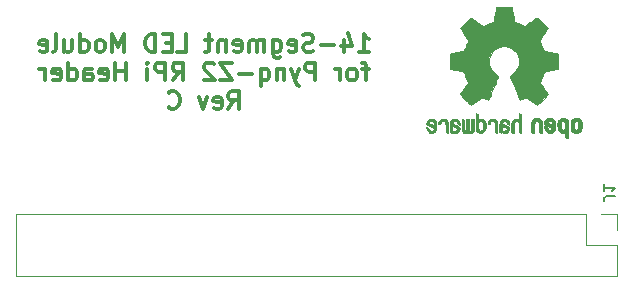
<source format=gbr>
G04 #@! TF.GenerationSoftware,KiCad,Pcbnew,5.99.0-unknown-r16821-0ff20c18*
G04 #@! TF.CreationDate,2019-10-24T19:33:04-05:00*
G04 #@! TF.ProjectId,led_module,6c65645f-6d6f-4647-956c-652e6b696361,C*
G04 #@! TF.SameCoordinates,Original*
G04 #@! TF.FileFunction,Legend,Bot*
G04 #@! TF.FilePolarity,Positive*
%FSLAX46Y46*%
G04 Gerber Fmt 4.6, Leading zero omitted, Abs format (unit mm)*
G04 Created by KiCad (PCBNEW 5.99.0-unknown-r16821-0ff20c18) date 2019-10-24 19:33:04*
%MOMM*%
%LPD*%
G04 APERTURE LIST*
%ADD10C,0.300000*%
%ADD11C,0.010000*%
%ADD12C,0.120000*%
%ADD13C,0.150000*%
G04 APERTURE END LIST*
D10*
X57557142Y-111293571D02*
X58414285Y-111293571D01*
X57985714Y-111293571D02*
X57985714Y-109793571D01*
X58128571Y-110007857D01*
X58271428Y-110150714D01*
X58414285Y-110222142D01*
X56271428Y-110293571D02*
X56271428Y-111293571D01*
X56628571Y-109722142D02*
X56985714Y-110793571D01*
X56057142Y-110793571D01*
X55485714Y-110722142D02*
X54342857Y-110722142D01*
X53700000Y-111222142D02*
X53485714Y-111293571D01*
X53128571Y-111293571D01*
X52985714Y-111222142D01*
X52914285Y-111150714D01*
X52842857Y-111007857D01*
X52842857Y-110865000D01*
X52914285Y-110722142D01*
X52985714Y-110650714D01*
X53128571Y-110579285D01*
X53414285Y-110507857D01*
X53557142Y-110436428D01*
X53628571Y-110365000D01*
X53700000Y-110222142D01*
X53700000Y-110079285D01*
X53628571Y-109936428D01*
X53557142Y-109865000D01*
X53414285Y-109793571D01*
X53057142Y-109793571D01*
X52842857Y-109865000D01*
X51628571Y-111222142D02*
X51771428Y-111293571D01*
X52057142Y-111293571D01*
X52200000Y-111222142D01*
X52271428Y-111079285D01*
X52271428Y-110507857D01*
X52200000Y-110365000D01*
X52057142Y-110293571D01*
X51771428Y-110293571D01*
X51628571Y-110365000D01*
X51557142Y-110507857D01*
X51557142Y-110650714D01*
X52271428Y-110793571D01*
X50271428Y-110293571D02*
X50271428Y-111507857D01*
X50342857Y-111650714D01*
X50414285Y-111722142D01*
X50557142Y-111793571D01*
X50771428Y-111793571D01*
X50914285Y-111722142D01*
X50271428Y-111222142D02*
X50414285Y-111293571D01*
X50700000Y-111293571D01*
X50842857Y-111222142D01*
X50914285Y-111150714D01*
X50985714Y-111007857D01*
X50985714Y-110579285D01*
X50914285Y-110436428D01*
X50842857Y-110365000D01*
X50700000Y-110293571D01*
X50414285Y-110293571D01*
X50271428Y-110365000D01*
X49557142Y-111293571D02*
X49557142Y-110293571D01*
X49557142Y-110436428D02*
X49485714Y-110365000D01*
X49342857Y-110293571D01*
X49128571Y-110293571D01*
X48985714Y-110365000D01*
X48914285Y-110507857D01*
X48914285Y-111293571D01*
X48914285Y-110507857D02*
X48842857Y-110365000D01*
X48700000Y-110293571D01*
X48485714Y-110293571D01*
X48342857Y-110365000D01*
X48271428Y-110507857D01*
X48271428Y-111293571D01*
X46985714Y-111222142D02*
X47128571Y-111293571D01*
X47414285Y-111293571D01*
X47557142Y-111222142D01*
X47628571Y-111079285D01*
X47628571Y-110507857D01*
X47557142Y-110365000D01*
X47414285Y-110293571D01*
X47128571Y-110293571D01*
X46985714Y-110365000D01*
X46914285Y-110507857D01*
X46914285Y-110650714D01*
X47628571Y-110793571D01*
X46271428Y-110293571D02*
X46271428Y-111293571D01*
X46271428Y-110436428D02*
X46200000Y-110365000D01*
X46057142Y-110293571D01*
X45842857Y-110293571D01*
X45700000Y-110365000D01*
X45628571Y-110507857D01*
X45628571Y-111293571D01*
X45128571Y-110293571D02*
X44557142Y-110293571D01*
X44914285Y-109793571D02*
X44914285Y-111079285D01*
X44842857Y-111222142D01*
X44700000Y-111293571D01*
X44557142Y-111293571D01*
X42200000Y-111293571D02*
X42914285Y-111293571D01*
X42914285Y-109793571D01*
X41700000Y-110507857D02*
X41200000Y-110507857D01*
X40985714Y-111293571D02*
X41700000Y-111293571D01*
X41700000Y-109793571D01*
X40985714Y-109793571D01*
X40342857Y-111293571D02*
X40342857Y-109793571D01*
X39985714Y-109793571D01*
X39771428Y-109865000D01*
X39628571Y-110007857D01*
X39557142Y-110150714D01*
X39485714Y-110436428D01*
X39485714Y-110650714D01*
X39557142Y-110936428D01*
X39628571Y-111079285D01*
X39771428Y-111222142D01*
X39985714Y-111293571D01*
X40342857Y-111293571D01*
X37700000Y-111293571D02*
X37700000Y-109793571D01*
X37200000Y-110865000D01*
X36700000Y-109793571D01*
X36700000Y-111293571D01*
X35771428Y-111293571D02*
X35914285Y-111222142D01*
X35985714Y-111150714D01*
X36057142Y-111007857D01*
X36057142Y-110579285D01*
X35985714Y-110436428D01*
X35914285Y-110365000D01*
X35771428Y-110293571D01*
X35557142Y-110293571D01*
X35414285Y-110365000D01*
X35342857Y-110436428D01*
X35271428Y-110579285D01*
X35271428Y-111007857D01*
X35342857Y-111150714D01*
X35414285Y-111222142D01*
X35557142Y-111293571D01*
X35771428Y-111293571D01*
X33985714Y-111293571D02*
X33985714Y-109793571D01*
X33985714Y-111222142D02*
X34128571Y-111293571D01*
X34414285Y-111293571D01*
X34557142Y-111222142D01*
X34628571Y-111150714D01*
X34700000Y-111007857D01*
X34700000Y-110579285D01*
X34628571Y-110436428D01*
X34557142Y-110365000D01*
X34414285Y-110293571D01*
X34128571Y-110293571D01*
X33985714Y-110365000D01*
X32628571Y-110293571D02*
X32628571Y-111293571D01*
X33271428Y-110293571D02*
X33271428Y-111079285D01*
X33200000Y-111222142D01*
X33057142Y-111293571D01*
X32842857Y-111293571D01*
X32700000Y-111222142D01*
X32628571Y-111150714D01*
X31700000Y-111293571D02*
X31842857Y-111222142D01*
X31914285Y-111079285D01*
X31914285Y-109793571D01*
X30557142Y-111222142D02*
X30700000Y-111293571D01*
X30985714Y-111293571D01*
X31128571Y-111222142D01*
X31200000Y-111079285D01*
X31200000Y-110507857D01*
X31128571Y-110365000D01*
X30985714Y-110293571D01*
X30700000Y-110293571D01*
X30557142Y-110365000D01*
X30485714Y-110507857D01*
X30485714Y-110650714D01*
X31200000Y-110793571D01*
X58378571Y-112708571D02*
X57807142Y-112708571D01*
X58164285Y-113708571D02*
X58164285Y-112422857D01*
X58092857Y-112280000D01*
X57950000Y-112208571D01*
X57807142Y-112208571D01*
X57092857Y-113708571D02*
X57235714Y-113637142D01*
X57307142Y-113565714D01*
X57378571Y-113422857D01*
X57378571Y-112994285D01*
X57307142Y-112851428D01*
X57235714Y-112780000D01*
X57092857Y-112708571D01*
X56878571Y-112708571D01*
X56735714Y-112780000D01*
X56664285Y-112851428D01*
X56592857Y-112994285D01*
X56592857Y-113422857D01*
X56664285Y-113565714D01*
X56735714Y-113637142D01*
X56878571Y-113708571D01*
X57092857Y-113708571D01*
X55950000Y-113708571D02*
X55950000Y-112708571D01*
X55950000Y-112994285D02*
X55878571Y-112851428D01*
X55807142Y-112780000D01*
X55664285Y-112708571D01*
X55521428Y-112708571D01*
X53878571Y-113708571D02*
X53878571Y-112208571D01*
X53307142Y-112208571D01*
X53164285Y-112280000D01*
X53092857Y-112351428D01*
X53021428Y-112494285D01*
X53021428Y-112708571D01*
X53092857Y-112851428D01*
X53164285Y-112922857D01*
X53307142Y-112994285D01*
X53878571Y-112994285D01*
X52521428Y-112708571D02*
X52164285Y-113708571D01*
X51807142Y-112708571D02*
X52164285Y-113708571D01*
X52307142Y-114065714D01*
X52378571Y-114137142D01*
X52521428Y-114208571D01*
X51235714Y-112708571D02*
X51235714Y-113708571D01*
X51235714Y-112851428D02*
X51164285Y-112780000D01*
X51021428Y-112708571D01*
X50807142Y-112708571D01*
X50664285Y-112780000D01*
X50592857Y-112922857D01*
X50592857Y-113708571D01*
X49235714Y-112708571D02*
X49235714Y-114208571D01*
X49235714Y-113637142D02*
X49378571Y-113708571D01*
X49664285Y-113708571D01*
X49807142Y-113637142D01*
X49878571Y-113565714D01*
X49950000Y-113422857D01*
X49950000Y-112994285D01*
X49878571Y-112851428D01*
X49807142Y-112780000D01*
X49664285Y-112708571D01*
X49378571Y-112708571D01*
X49235714Y-112780000D01*
X48521428Y-113137142D02*
X47378571Y-113137142D01*
X46807142Y-112208571D02*
X45807142Y-112208571D01*
X46807142Y-113708571D01*
X45807142Y-113708571D01*
X45307142Y-112351428D02*
X45235714Y-112280000D01*
X45092857Y-112208571D01*
X44735714Y-112208571D01*
X44592857Y-112280000D01*
X44521428Y-112351428D01*
X44450000Y-112494285D01*
X44450000Y-112637142D01*
X44521428Y-112851428D01*
X45378571Y-113708571D01*
X44450000Y-113708571D01*
X41807142Y-113708571D02*
X42307142Y-112994285D01*
X42664285Y-113708571D02*
X42664285Y-112208571D01*
X42092857Y-112208571D01*
X41950000Y-112280000D01*
X41878571Y-112351428D01*
X41807142Y-112494285D01*
X41807142Y-112708571D01*
X41878571Y-112851428D01*
X41950000Y-112922857D01*
X42092857Y-112994285D01*
X42664285Y-112994285D01*
X41164285Y-113708571D02*
X41164285Y-112208571D01*
X40592857Y-112208571D01*
X40450000Y-112280000D01*
X40378571Y-112351428D01*
X40307142Y-112494285D01*
X40307142Y-112708571D01*
X40378571Y-112851428D01*
X40450000Y-112922857D01*
X40592857Y-112994285D01*
X41164285Y-112994285D01*
X39664285Y-113708571D02*
X39664285Y-112708571D01*
X39664285Y-112208571D02*
X39735714Y-112280000D01*
X39664285Y-112351428D01*
X39592857Y-112280000D01*
X39664285Y-112208571D01*
X39664285Y-112351428D01*
X37807142Y-113708571D02*
X37807142Y-112208571D01*
X37807142Y-112922857D02*
X36950000Y-112922857D01*
X36950000Y-113708571D02*
X36950000Y-112208571D01*
X35664285Y-113637142D02*
X35807142Y-113708571D01*
X36092857Y-113708571D01*
X36235714Y-113637142D01*
X36307142Y-113494285D01*
X36307142Y-112922857D01*
X36235714Y-112780000D01*
X36092857Y-112708571D01*
X35807142Y-112708571D01*
X35664285Y-112780000D01*
X35592857Y-112922857D01*
X35592857Y-113065714D01*
X36307142Y-113208571D01*
X34307142Y-113708571D02*
X34307142Y-112922857D01*
X34378571Y-112780000D01*
X34521428Y-112708571D01*
X34807142Y-112708571D01*
X34950000Y-112780000D01*
X34307142Y-113637142D02*
X34450000Y-113708571D01*
X34807142Y-113708571D01*
X34950000Y-113637142D01*
X35021428Y-113494285D01*
X35021428Y-113351428D01*
X34950000Y-113208571D01*
X34807142Y-113137142D01*
X34450000Y-113137142D01*
X34307142Y-113065714D01*
X32949999Y-113708571D02*
X32949999Y-112208571D01*
X32949999Y-113637142D02*
X33092857Y-113708571D01*
X33378571Y-113708571D01*
X33521428Y-113637142D01*
X33592857Y-113565714D01*
X33664285Y-113422857D01*
X33664285Y-112994285D01*
X33592857Y-112851428D01*
X33521428Y-112780000D01*
X33378571Y-112708571D01*
X33092857Y-112708571D01*
X32949999Y-112780000D01*
X31664285Y-113637142D02*
X31807142Y-113708571D01*
X32092857Y-113708571D01*
X32235714Y-113637142D01*
X32307142Y-113494285D01*
X32307142Y-112922857D01*
X32235714Y-112780000D01*
X32092857Y-112708571D01*
X31807142Y-112708571D01*
X31664285Y-112780000D01*
X31592857Y-112922857D01*
X31592857Y-113065714D01*
X32307142Y-113208571D01*
X30949999Y-113708571D02*
X30949999Y-112708571D01*
X30949999Y-112994285D02*
X30878571Y-112851428D01*
X30807142Y-112780000D01*
X30664285Y-112708571D01*
X30521428Y-112708571D01*
X46521428Y-116123571D02*
X47021428Y-115409285D01*
X47378571Y-116123571D02*
X47378571Y-114623571D01*
X46807142Y-114623571D01*
X46664285Y-114695000D01*
X46592857Y-114766428D01*
X46521428Y-114909285D01*
X46521428Y-115123571D01*
X46592857Y-115266428D01*
X46664285Y-115337857D01*
X46807142Y-115409285D01*
X47378571Y-115409285D01*
X45307142Y-116052142D02*
X45450000Y-116123571D01*
X45735714Y-116123571D01*
X45878571Y-116052142D01*
X45950000Y-115909285D01*
X45950000Y-115337857D01*
X45878571Y-115195000D01*
X45735714Y-115123571D01*
X45450000Y-115123571D01*
X45307142Y-115195000D01*
X45235714Y-115337857D01*
X45235714Y-115480714D01*
X45950000Y-115623571D01*
X44735714Y-115123571D02*
X44378571Y-116123571D01*
X44021428Y-115123571D01*
X41450000Y-115980714D02*
X41521428Y-116052142D01*
X41735714Y-116123571D01*
X41878571Y-116123571D01*
X42092857Y-116052142D01*
X42235714Y-115909285D01*
X42307142Y-115766428D01*
X42378571Y-115480714D01*
X42378571Y-115266428D01*
X42307142Y-114980714D01*
X42235714Y-114837857D01*
X42092857Y-114695000D01*
X41878571Y-114623571D01*
X41735714Y-114623571D01*
X41521428Y-114695000D01*
X41450000Y-114766428D01*
D11*
G36*
X70079175Y-107483045D02*
G01*
X70231895Y-107484039D01*
X70341792Y-107486593D01*
X70416235Y-107491445D01*
X70462594Y-107499331D01*
X70488239Y-107510988D01*
X70500539Y-107527153D01*
X70506865Y-107548563D01*
X70507047Y-107549332D01*
X70517441Y-107599663D01*
X70536339Y-107696888D01*
X70561802Y-107830810D01*
X70591890Y-107991235D01*
X70624664Y-108167967D01*
X70627337Y-108182428D01*
X70660010Y-108353959D01*
X70690413Y-108504625D01*
X70716568Y-108625267D01*
X70736496Y-108706729D01*
X70748220Y-108739852D01*
X70748282Y-108739905D01*
X70785229Y-108758229D01*
X70861057Y-108788677D01*
X70959425Y-108824685D01*
X70964965Y-108826640D01*
X71090724Y-108874170D01*
X71237011Y-108933783D01*
X71373293Y-108993056D01*
X71597390Y-109094765D01*
X72093618Y-108755897D01*
X72128570Y-108732063D01*
X72278280Y-108630755D01*
X72411867Y-108541575D01*
X72521343Y-108469773D01*
X72598718Y-108420603D01*
X72636004Y-108399317D01*
X72661552Y-108404196D01*
X72719555Y-108442002D01*
X72809195Y-108516870D01*
X72932957Y-108630903D01*
X73093328Y-108786205D01*
X73107679Y-108800341D01*
X73234933Y-108926999D01*
X73347969Y-109041745D01*
X73439867Y-109137391D01*
X73503707Y-109206746D01*
X73532570Y-109242620D01*
X73532664Y-109242794D01*
X73536331Y-109270106D01*
X73522808Y-109314408D01*
X73488684Y-109381761D01*
X73430548Y-109478226D01*
X73344988Y-109609863D01*
X73228594Y-109782734D01*
X73208759Y-109811912D01*
X73108445Y-109959726D01*
X73019923Y-110090577D01*
X72948465Y-110196643D01*
X72899343Y-110270102D01*
X72877831Y-110303130D01*
X72876208Y-110310126D01*
X72886387Y-110362326D01*
X72916879Y-110447561D01*
X72962712Y-110551291D01*
X73025000Y-110686951D01*
X73094548Y-110847921D01*
X73153609Y-110993621D01*
X73168252Y-111031333D01*
X73206600Y-111127622D01*
X73234770Y-111194704D01*
X73247497Y-111219885D01*
X73261545Y-111221767D01*
X73324681Y-111232651D01*
X73428019Y-111251449D01*
X73560809Y-111276115D01*
X73712297Y-111304604D01*
X73871732Y-111334873D01*
X74028361Y-111364875D01*
X74171433Y-111392566D01*
X74290195Y-111415900D01*
X74373896Y-111432833D01*
X74411782Y-111441320D01*
X74418063Y-111443713D01*
X74433373Y-111456619D01*
X74444763Y-111484096D01*
X74452803Y-111533446D01*
X74458064Y-111611973D01*
X74461116Y-111726980D01*
X74462529Y-111885770D01*
X74462873Y-112095645D01*
X74462873Y-112733906D01*
X74309598Y-112764160D01*
X74291057Y-112767785D01*
X74192596Y-112786569D01*
X74056448Y-112812093D01*
X73898087Y-112841468D01*
X73732988Y-112871806D01*
X73667973Y-112884009D01*
X73522697Y-112913697D01*
X73401626Y-112941770D01*
X73315886Y-112965536D01*
X73276601Y-112982301D01*
X73258799Y-113009694D01*
X73226389Y-113082174D01*
X73193234Y-113175977D01*
X73181564Y-113211103D01*
X73138604Y-113326409D01*
X73083192Y-113462876D01*
X73024353Y-113597954D01*
X72992884Y-113668509D01*
X72948051Y-113773895D01*
X72917240Y-113852818D01*
X72905785Y-113892053D01*
X72906422Y-113895014D01*
X72928150Y-113936639D01*
X72977146Y-114016969D01*
X73048438Y-114128220D01*
X73137054Y-114262605D01*
X73238023Y-114412340D01*
X73570261Y-114899931D01*
X73133771Y-115337149D01*
X73091555Y-115379221D01*
X72962470Y-115505153D01*
X72847107Y-115613754D01*
X72752224Y-115698903D01*
X72684582Y-115754482D01*
X72650938Y-115774368D01*
X72614402Y-115759238D01*
X72537890Y-115715801D01*
X72430196Y-115649270D01*
X72299767Y-115564867D01*
X72155052Y-115467816D01*
X72012910Y-115371964D01*
X71884678Y-115287557D01*
X71780054Y-115220850D01*
X71707171Y-115177024D01*
X71674158Y-115161264D01*
X71672223Y-115161408D01*
X71628369Y-115176945D01*
X71550598Y-115213121D01*
X71454392Y-115262785D01*
X71453381Y-115263329D01*
X71325605Y-115327326D01*
X71238051Y-115358591D01*
X71183726Y-115358677D01*
X71155641Y-115329138D01*
X71143752Y-115300061D01*
X71111668Y-115222188D01*
X71062247Y-115102475D01*
X70998118Y-114947286D01*
X70921911Y-114762984D01*
X70836255Y-114555933D01*
X70743781Y-114332496D01*
X70659962Y-114129226D01*
X70574678Y-113920649D01*
X70499222Y-113734263D01*
X70436126Y-113576407D01*
X70387923Y-113453419D01*
X70357144Y-113371639D01*
X70346322Y-113337406D01*
X70366991Y-113306015D01*
X70424409Y-113253602D01*
X70505688Y-113192704D01*
X70700820Y-113033387D01*
X70875445Y-112829807D01*
X71003235Y-112605808D01*
X71083402Y-112368003D01*
X71115160Y-112123007D01*
X71097722Y-111877433D01*
X71030301Y-111637895D01*
X70912111Y-111411007D01*
X70742364Y-111203383D01*
X70653856Y-111122527D01*
X70441804Y-110979559D01*
X70214905Y-110886352D01*
X69979791Y-110840687D01*
X69743094Y-110840344D01*
X69511446Y-110883105D01*
X69291478Y-110966750D01*
X69089822Y-111089061D01*
X68913111Y-111247817D01*
X68767977Y-111440801D01*
X68661050Y-111665793D01*
X68598964Y-111920575D01*
X68587569Y-112043377D01*
X68603246Y-112309434D01*
X68673846Y-112561856D01*
X68797282Y-112796182D01*
X68971466Y-113007952D01*
X69194311Y-113192704D01*
X69272561Y-113251123D01*
X69331244Y-113304110D01*
X69353678Y-113337356D01*
X69344732Y-113366339D01*
X69315703Y-113443996D01*
X69269026Y-113563451D01*
X69207231Y-113718362D01*
X69132850Y-113902392D01*
X69048412Y-114109200D01*
X68956449Y-114332446D01*
X68872771Y-114534742D01*
X68786366Y-114743686D01*
X68709138Y-114930498D01*
X68643716Y-115088814D01*
X68592731Y-115212269D01*
X68558812Y-115294498D01*
X68544590Y-115329138D01*
X68544425Y-115329548D01*
X68515972Y-115358798D01*
X68461382Y-115358463D01*
X68373609Y-115326980D01*
X68245608Y-115262785D01*
X68235532Y-115257380D01*
X68140481Y-115208750D01*
X68065424Y-115174328D01*
X68025842Y-115161264D01*
X67993400Y-115176702D01*
X67920895Y-115220258D01*
X67816565Y-115286751D01*
X67688539Y-115370998D01*
X67544948Y-115467816D01*
X67403468Y-115562734D01*
X67272611Y-115647490D01*
X67164292Y-115714496D01*
X67086960Y-115758529D01*
X67049062Y-115774368D01*
X67042607Y-115772357D01*
X66997609Y-115740658D01*
X66920727Y-115675181D01*
X66818721Y-115582048D01*
X66698351Y-115467381D01*
X66566379Y-115337300D01*
X66130039Y-114900232D01*
X66809733Y-113900440D01*
X66706402Y-113676886D01*
X66706096Y-113676225D01*
X66644046Y-113533714D01*
X66580640Y-113375018D01*
X66529558Y-113234368D01*
X66521827Y-113211683D01*
X66482852Y-113106370D01*
X66447707Y-113024534D01*
X66423195Y-112982301D01*
X66413212Y-112976337D01*
X66353286Y-112956329D01*
X66251532Y-112930442D01*
X66119068Y-112901370D01*
X65967011Y-112871806D01*
X65921466Y-112863467D01*
X65756685Y-112833107D01*
X65602930Y-112804509D01*
X65475678Y-112780564D01*
X65390402Y-112764160D01*
X65237126Y-112733906D01*
X65237126Y-112095645D01*
X65237160Y-112017165D01*
X65237808Y-111825703D01*
X65239720Y-111682812D01*
X65243469Y-111581189D01*
X65249622Y-111513531D01*
X65258751Y-111472536D01*
X65271427Y-111450900D01*
X65288218Y-111441320D01*
X65304474Y-111437439D01*
X65370748Y-111423710D01*
X65476479Y-111402745D01*
X65610915Y-111376588D01*
X65763302Y-111347283D01*
X65922890Y-111316877D01*
X66078925Y-111287413D01*
X66220657Y-111260937D01*
X66337331Y-111239494D01*
X66418197Y-111225128D01*
X66452503Y-111219885D01*
X66454822Y-111216720D01*
X66473474Y-111175642D01*
X66505753Y-111097044D01*
X66546391Y-110993621D01*
X66602788Y-110854273D01*
X66672214Y-110693226D01*
X66737288Y-110551291D01*
X66752202Y-110519432D01*
X66794047Y-110419669D01*
X66819118Y-110342721D01*
X66822426Y-110303130D01*
X66820720Y-110300325D01*
X66793631Y-110259005D01*
X66739927Y-110178740D01*
X66664877Y-110067350D01*
X66573746Y-109932655D01*
X66471800Y-109782476D01*
X66356930Y-109611851D01*
X66270761Y-109479311D01*
X66212131Y-109382112D01*
X66177650Y-109314234D01*
X66163926Y-109269656D01*
X66167568Y-109242361D01*
X66168794Y-109240313D01*
X66201747Y-109200536D01*
X66268927Y-109128052D01*
X66363419Y-109030046D01*
X66478306Y-108913702D01*
X66606672Y-108786205D01*
X66739831Y-108656821D01*
X66870269Y-108535209D01*
X66966119Y-108453156D01*
X67029866Y-108408560D01*
X67063996Y-108399317D01*
X67068456Y-108401393D01*
X67115421Y-108429385D01*
X67200685Y-108484084D01*
X67316259Y-108560237D01*
X67454154Y-108652592D01*
X67606381Y-108755897D01*
X68102610Y-109094765D01*
X68326707Y-108993056D01*
X68333219Y-108990109D01*
X68470804Y-108930504D01*
X68616767Y-108871222D01*
X68740575Y-108824685D01*
X68741122Y-108824493D01*
X68839414Y-108788497D01*
X68915081Y-108758095D01*
X68951780Y-108739852D01*
X68952374Y-108739190D01*
X68964833Y-108701831D01*
X68985336Y-108616871D01*
X69011907Y-108493469D01*
X69042567Y-108340782D01*
X69075336Y-108167967D01*
X69076478Y-108161774D01*
X69109193Y-107985431D01*
X69139155Y-107825743D01*
X69164425Y-107692905D01*
X69183065Y-107597113D01*
X69193135Y-107548563D01*
X69193779Y-107545873D01*
X69200408Y-107525088D01*
X69213841Y-107509466D01*
X69241446Y-107498270D01*
X69290593Y-107490762D01*
X69368653Y-107486205D01*
X69482994Y-107483863D01*
X69640986Y-107482998D01*
X69850000Y-107482874D01*
X69876262Y-107482874D01*
X70079175Y-107483045D01*
X70079175Y-107483045D01*
G37*
X70079175Y-107483045D02*
X70231895Y-107484039D01*
X70341792Y-107486593D01*
X70416235Y-107491445D01*
X70462594Y-107499331D01*
X70488239Y-107510988D01*
X70500539Y-107527153D01*
X70506865Y-107548563D01*
X70507047Y-107549332D01*
X70517441Y-107599663D01*
X70536339Y-107696888D01*
X70561802Y-107830810D01*
X70591890Y-107991235D01*
X70624664Y-108167967D01*
X70627337Y-108182428D01*
X70660010Y-108353959D01*
X70690413Y-108504625D01*
X70716568Y-108625267D01*
X70736496Y-108706729D01*
X70748220Y-108739852D01*
X70748282Y-108739905D01*
X70785229Y-108758229D01*
X70861057Y-108788677D01*
X70959425Y-108824685D01*
X70964965Y-108826640D01*
X71090724Y-108874170D01*
X71237011Y-108933783D01*
X71373293Y-108993056D01*
X71597390Y-109094765D01*
X72093618Y-108755897D01*
X72128570Y-108732063D01*
X72278280Y-108630755D01*
X72411867Y-108541575D01*
X72521343Y-108469773D01*
X72598718Y-108420603D01*
X72636004Y-108399317D01*
X72661552Y-108404196D01*
X72719555Y-108442002D01*
X72809195Y-108516870D01*
X72932957Y-108630903D01*
X73093328Y-108786205D01*
X73107679Y-108800341D01*
X73234933Y-108926999D01*
X73347969Y-109041745D01*
X73439867Y-109137391D01*
X73503707Y-109206746D01*
X73532570Y-109242620D01*
X73532664Y-109242794D01*
X73536331Y-109270106D01*
X73522808Y-109314408D01*
X73488684Y-109381761D01*
X73430548Y-109478226D01*
X73344988Y-109609863D01*
X73228594Y-109782734D01*
X73208759Y-109811912D01*
X73108445Y-109959726D01*
X73019923Y-110090577D01*
X72948465Y-110196643D01*
X72899343Y-110270102D01*
X72877831Y-110303130D01*
X72876208Y-110310126D01*
X72886387Y-110362326D01*
X72916879Y-110447561D01*
X72962712Y-110551291D01*
X73025000Y-110686951D01*
X73094548Y-110847921D01*
X73153609Y-110993621D01*
X73168252Y-111031333D01*
X73206600Y-111127622D01*
X73234770Y-111194704D01*
X73247497Y-111219885D01*
X73261545Y-111221767D01*
X73324681Y-111232651D01*
X73428019Y-111251449D01*
X73560809Y-111276115D01*
X73712297Y-111304604D01*
X73871732Y-111334873D01*
X74028361Y-111364875D01*
X74171433Y-111392566D01*
X74290195Y-111415900D01*
X74373896Y-111432833D01*
X74411782Y-111441320D01*
X74418063Y-111443713D01*
X74433373Y-111456619D01*
X74444763Y-111484096D01*
X74452803Y-111533446D01*
X74458064Y-111611973D01*
X74461116Y-111726980D01*
X74462529Y-111885770D01*
X74462873Y-112095645D01*
X74462873Y-112733906D01*
X74309598Y-112764160D01*
X74291057Y-112767785D01*
X74192596Y-112786569D01*
X74056448Y-112812093D01*
X73898087Y-112841468D01*
X73732988Y-112871806D01*
X73667973Y-112884009D01*
X73522697Y-112913697D01*
X73401626Y-112941770D01*
X73315886Y-112965536D01*
X73276601Y-112982301D01*
X73258799Y-113009694D01*
X73226389Y-113082174D01*
X73193234Y-113175977D01*
X73181564Y-113211103D01*
X73138604Y-113326409D01*
X73083192Y-113462876D01*
X73024353Y-113597954D01*
X72992884Y-113668509D01*
X72948051Y-113773895D01*
X72917240Y-113852818D01*
X72905785Y-113892053D01*
X72906422Y-113895014D01*
X72928150Y-113936639D01*
X72977146Y-114016969D01*
X73048438Y-114128220D01*
X73137054Y-114262605D01*
X73238023Y-114412340D01*
X73570261Y-114899931D01*
X73133771Y-115337149D01*
X73091555Y-115379221D01*
X72962470Y-115505153D01*
X72847107Y-115613754D01*
X72752224Y-115698903D01*
X72684582Y-115754482D01*
X72650938Y-115774368D01*
X72614402Y-115759238D01*
X72537890Y-115715801D01*
X72430196Y-115649270D01*
X72299767Y-115564867D01*
X72155052Y-115467816D01*
X72012910Y-115371964D01*
X71884678Y-115287557D01*
X71780054Y-115220850D01*
X71707171Y-115177024D01*
X71674158Y-115161264D01*
X71672223Y-115161408D01*
X71628369Y-115176945D01*
X71550598Y-115213121D01*
X71454392Y-115262785D01*
X71453381Y-115263329D01*
X71325605Y-115327326D01*
X71238051Y-115358591D01*
X71183726Y-115358677D01*
X71155641Y-115329138D01*
X71143752Y-115300061D01*
X71111668Y-115222188D01*
X71062247Y-115102475D01*
X70998118Y-114947286D01*
X70921911Y-114762984D01*
X70836255Y-114555933D01*
X70743781Y-114332496D01*
X70659962Y-114129226D01*
X70574678Y-113920649D01*
X70499222Y-113734263D01*
X70436126Y-113576407D01*
X70387923Y-113453419D01*
X70357144Y-113371639D01*
X70346322Y-113337406D01*
X70366991Y-113306015D01*
X70424409Y-113253602D01*
X70505688Y-113192704D01*
X70700820Y-113033387D01*
X70875445Y-112829807D01*
X71003235Y-112605808D01*
X71083402Y-112368003D01*
X71115160Y-112123007D01*
X71097722Y-111877433D01*
X71030301Y-111637895D01*
X70912111Y-111411007D01*
X70742364Y-111203383D01*
X70653856Y-111122527D01*
X70441804Y-110979559D01*
X70214905Y-110886352D01*
X69979791Y-110840687D01*
X69743094Y-110840344D01*
X69511446Y-110883105D01*
X69291478Y-110966750D01*
X69089822Y-111089061D01*
X68913111Y-111247817D01*
X68767977Y-111440801D01*
X68661050Y-111665793D01*
X68598964Y-111920575D01*
X68587569Y-112043377D01*
X68603246Y-112309434D01*
X68673846Y-112561856D01*
X68797282Y-112796182D01*
X68971466Y-113007952D01*
X69194311Y-113192704D01*
X69272561Y-113251123D01*
X69331244Y-113304110D01*
X69353678Y-113337356D01*
X69344732Y-113366339D01*
X69315703Y-113443996D01*
X69269026Y-113563451D01*
X69207231Y-113718362D01*
X69132850Y-113902392D01*
X69048412Y-114109200D01*
X68956449Y-114332446D01*
X68872771Y-114534742D01*
X68786366Y-114743686D01*
X68709138Y-114930498D01*
X68643716Y-115088814D01*
X68592731Y-115212269D01*
X68558812Y-115294498D01*
X68544590Y-115329138D01*
X68544425Y-115329548D01*
X68515972Y-115358798D01*
X68461382Y-115358463D01*
X68373609Y-115326980D01*
X68245608Y-115262785D01*
X68235532Y-115257380D01*
X68140481Y-115208750D01*
X68065424Y-115174328D01*
X68025842Y-115161264D01*
X67993400Y-115176702D01*
X67920895Y-115220258D01*
X67816565Y-115286751D01*
X67688539Y-115370998D01*
X67544948Y-115467816D01*
X67403468Y-115562734D01*
X67272611Y-115647490D01*
X67164292Y-115714496D01*
X67086960Y-115758529D01*
X67049062Y-115774368D01*
X67042607Y-115772357D01*
X66997609Y-115740658D01*
X66920727Y-115675181D01*
X66818721Y-115582048D01*
X66698351Y-115467381D01*
X66566379Y-115337300D01*
X66130039Y-114900232D01*
X66809733Y-113900440D01*
X66706402Y-113676886D01*
X66706096Y-113676225D01*
X66644046Y-113533714D01*
X66580640Y-113375018D01*
X66529558Y-113234368D01*
X66521827Y-113211683D01*
X66482852Y-113106370D01*
X66447707Y-113024534D01*
X66423195Y-112982301D01*
X66413212Y-112976337D01*
X66353286Y-112956329D01*
X66251532Y-112930442D01*
X66119068Y-112901370D01*
X65967011Y-112871806D01*
X65921466Y-112863467D01*
X65756685Y-112833107D01*
X65602930Y-112804509D01*
X65475678Y-112780564D01*
X65390402Y-112764160D01*
X65237126Y-112733906D01*
X65237126Y-112095645D01*
X65237160Y-112017165D01*
X65237808Y-111825703D01*
X65239720Y-111682812D01*
X65243469Y-111581189D01*
X65249622Y-111513531D01*
X65258751Y-111472536D01*
X65271427Y-111450900D01*
X65288218Y-111441320D01*
X65304474Y-111437439D01*
X65370748Y-111423710D01*
X65476479Y-111402745D01*
X65610915Y-111376588D01*
X65763302Y-111347283D01*
X65922890Y-111316877D01*
X66078925Y-111287413D01*
X66220657Y-111260937D01*
X66337331Y-111239494D01*
X66418197Y-111225128D01*
X66452503Y-111219885D01*
X66454822Y-111216720D01*
X66473474Y-111175642D01*
X66505753Y-111097044D01*
X66546391Y-110993621D01*
X66602788Y-110854273D01*
X66672214Y-110693226D01*
X66737288Y-110551291D01*
X66752202Y-110519432D01*
X66794047Y-110419669D01*
X66819118Y-110342721D01*
X66822426Y-110303130D01*
X66820720Y-110300325D01*
X66793631Y-110259005D01*
X66739927Y-110178740D01*
X66664877Y-110067350D01*
X66573746Y-109932655D01*
X66471800Y-109782476D01*
X66356930Y-109611851D01*
X66270761Y-109479311D01*
X66212131Y-109382112D01*
X66177650Y-109314234D01*
X66163926Y-109269656D01*
X66167568Y-109242361D01*
X66168794Y-109240313D01*
X66201747Y-109200536D01*
X66268927Y-109128052D01*
X66363419Y-109030046D01*
X66478306Y-108913702D01*
X66606672Y-108786205D01*
X66739831Y-108656821D01*
X66870269Y-108535209D01*
X66966119Y-108453156D01*
X67029866Y-108408560D01*
X67063996Y-108399317D01*
X67068456Y-108401393D01*
X67115421Y-108429385D01*
X67200685Y-108484084D01*
X67316259Y-108560237D01*
X67454154Y-108652592D01*
X67606381Y-108755897D01*
X68102610Y-109094765D01*
X68326707Y-108993056D01*
X68333219Y-108990109D01*
X68470804Y-108930504D01*
X68616767Y-108871222D01*
X68740575Y-108824685D01*
X68741122Y-108824493D01*
X68839414Y-108788497D01*
X68915081Y-108758095D01*
X68951780Y-108739852D01*
X68952374Y-108739190D01*
X68964833Y-108701831D01*
X68985336Y-108616871D01*
X69011907Y-108493469D01*
X69042567Y-108340782D01*
X69075336Y-108167967D01*
X69076478Y-108161774D01*
X69109193Y-107985431D01*
X69139155Y-107825743D01*
X69164425Y-107692905D01*
X69183065Y-107597113D01*
X69193135Y-107548563D01*
X69193779Y-107545873D01*
X69200408Y-107525088D01*
X69213841Y-107509466D01*
X69241446Y-107498270D01*
X69290593Y-107490762D01*
X69368653Y-107486205D01*
X69482994Y-107483863D01*
X69640986Y-107482998D01*
X69850000Y-107482874D01*
X69876262Y-107482874D01*
X70079175Y-107483045D01*
G36*
X64097744Y-117638946D02*
G01*
X64090612Y-117792254D01*
X64071948Y-117904441D01*
X64037537Y-117987554D01*
X63983162Y-118053641D01*
X63904610Y-118114747D01*
X63854630Y-118142535D01*
X63774513Y-118161251D01*
X63661970Y-118159774D01*
X63599050Y-118153845D01*
X63523153Y-118135742D01*
X63462487Y-118096391D01*
X63391912Y-118023066D01*
X63382482Y-118012356D01*
X63319034Y-117929938D01*
X63288762Y-117858156D01*
X63281034Y-117773034D01*
X63281034Y-117647946D01*
X63368447Y-117680940D01*
X63432175Y-117719509D01*
X63487567Y-117810008D01*
X63499131Y-117838983D01*
X63563788Y-117921041D01*
X63651804Y-117962347D01*
X63747637Y-117958633D01*
X63835747Y-117905632D01*
X63866028Y-117872582D01*
X63893489Y-117822720D01*
X63884899Y-117777416D01*
X63835463Y-117730790D01*
X63740389Y-117676958D01*
X63594885Y-117610039D01*
X63295632Y-117479056D01*
X63287691Y-117349298D01*
X63290676Y-117266649D01*
X63485652Y-117266649D01*
X63500453Y-117317815D01*
X63567797Y-117372442D01*
X63690027Y-117434597D01*
X63710253Y-117443601D01*
X63806970Y-117485493D01*
X63879334Y-117514958D01*
X63912961Y-117526092D01*
X63918056Y-117517896D01*
X63920101Y-117467853D01*
X63912812Y-117387414D01*
X63894452Y-117308753D01*
X63837188Y-117209651D01*
X63754524Y-117153808D01*
X63655784Y-117146250D01*
X63550289Y-117192000D01*
X63521053Y-117214876D01*
X63485652Y-117266649D01*
X63290676Y-117266649D01*
X63291196Y-117252255D01*
X63335336Y-117129617D01*
X63391050Y-117062034D01*
X63506561Y-116986540D01*
X63643588Y-116948403D01*
X63785237Y-116951422D01*
X63914617Y-116999393D01*
X63943099Y-117017813D01*
X64008428Y-117074811D01*
X64053106Y-117146916D01*
X64080641Y-117244853D01*
X64094541Y-117379351D01*
X64096378Y-117467853D01*
X64098313Y-117561136D01*
X64097744Y-117638946D01*
X64097744Y-117638946D01*
G37*
X64097744Y-117638946D02*
X64090612Y-117792254D01*
X64071948Y-117904441D01*
X64037537Y-117987554D01*
X63983162Y-118053641D01*
X63904610Y-118114747D01*
X63854630Y-118142535D01*
X63774513Y-118161251D01*
X63661970Y-118159774D01*
X63599050Y-118153845D01*
X63523153Y-118135742D01*
X63462487Y-118096391D01*
X63391912Y-118023066D01*
X63382482Y-118012356D01*
X63319034Y-117929938D01*
X63288762Y-117858156D01*
X63281034Y-117773034D01*
X63281034Y-117647946D01*
X63368447Y-117680940D01*
X63432175Y-117719509D01*
X63487567Y-117810008D01*
X63499131Y-117838983D01*
X63563788Y-117921041D01*
X63651804Y-117962347D01*
X63747637Y-117958633D01*
X63835747Y-117905632D01*
X63866028Y-117872582D01*
X63893489Y-117822720D01*
X63884899Y-117777416D01*
X63835463Y-117730790D01*
X63740389Y-117676958D01*
X63594885Y-117610039D01*
X63295632Y-117479056D01*
X63287691Y-117349298D01*
X63290676Y-117266649D01*
X63485652Y-117266649D01*
X63500453Y-117317815D01*
X63567797Y-117372442D01*
X63690027Y-117434597D01*
X63710253Y-117443601D01*
X63806970Y-117485493D01*
X63879334Y-117514958D01*
X63912961Y-117526092D01*
X63918056Y-117517896D01*
X63920101Y-117467853D01*
X63912812Y-117387414D01*
X63894452Y-117308753D01*
X63837188Y-117209651D01*
X63754524Y-117153808D01*
X63655784Y-117146250D01*
X63550289Y-117192000D01*
X63521053Y-117214876D01*
X63485652Y-117266649D01*
X63290676Y-117266649D01*
X63291196Y-117252255D01*
X63335336Y-117129617D01*
X63391050Y-117062034D01*
X63506561Y-116986540D01*
X63643588Y-116948403D01*
X63785237Y-116951422D01*
X63914617Y-116999393D01*
X63943099Y-117017813D01*
X64008428Y-117074811D01*
X64053106Y-117146916D01*
X64080641Y-117244853D01*
X64094541Y-117379351D01*
X64096378Y-117467853D01*
X64098313Y-117561136D01*
X64097744Y-117638946D01*
G36*
X64786725Y-116954619D02*
G01*
X64907261Y-116999393D01*
X64957388Y-117033034D01*
X65008152Y-117081236D01*
X65044362Y-117142551D01*
X65068393Y-117226024D01*
X65082618Y-117340697D01*
X65089412Y-117495613D01*
X65091149Y-117699814D01*
X65090809Y-117805341D01*
X65089101Y-117949541D01*
X65086201Y-118064620D01*
X65082384Y-118140822D01*
X65077925Y-118168391D01*
X65048909Y-118159272D01*
X64990339Y-118134509D01*
X64988581Y-118133707D01*
X64958167Y-118117785D01*
X64937712Y-118095938D01*
X64925240Y-118057672D01*
X64918777Y-117992495D01*
X64916348Y-117889913D01*
X64915977Y-117739433D01*
X64915229Y-117643974D01*
X64907256Y-117464571D01*
X64888998Y-117333163D01*
X64858526Y-117242859D01*
X64813912Y-117186767D01*
X64753226Y-117157994D01*
X64744807Y-117155989D01*
X64631139Y-117154423D01*
X64542492Y-117205348D01*
X64481265Y-117307445D01*
X64470346Y-117336961D01*
X64445458Y-117402283D01*
X64432854Y-117432300D01*
X64406969Y-117428164D01*
X64350439Y-117405717D01*
X64297715Y-117368647D01*
X64273678Y-117298587D01*
X64280847Y-117248406D01*
X64324897Y-117146618D01*
X64396123Y-117051235D01*
X64479415Y-116985269D01*
X64514310Y-116970018D01*
X64646443Y-116944521D01*
X64786725Y-116954619D01*
X64786725Y-116954619D01*
G37*
X64786725Y-116954619D02*
X64907261Y-116999393D01*
X64957388Y-117033034D01*
X65008152Y-117081236D01*
X65044362Y-117142551D01*
X65068393Y-117226024D01*
X65082618Y-117340697D01*
X65089412Y-117495613D01*
X65091149Y-117699814D01*
X65090809Y-117805341D01*
X65089101Y-117949541D01*
X65086201Y-118064620D01*
X65082384Y-118140822D01*
X65077925Y-118168391D01*
X65048909Y-118159272D01*
X64990339Y-118134509D01*
X64988581Y-118133707D01*
X64958167Y-118117785D01*
X64937712Y-118095938D01*
X64925240Y-118057672D01*
X64918777Y-117992495D01*
X64916348Y-117889913D01*
X64915977Y-117739433D01*
X64915229Y-117643974D01*
X64907256Y-117464571D01*
X64888998Y-117333163D01*
X64858526Y-117242859D01*
X64813912Y-117186767D01*
X64753226Y-117157994D01*
X64744807Y-117155989D01*
X64631139Y-117154423D01*
X64542492Y-117205348D01*
X64481265Y-117307445D01*
X64470346Y-117336961D01*
X64445458Y-117402283D01*
X64432854Y-117432300D01*
X64406969Y-117428164D01*
X64350439Y-117405717D01*
X64297715Y-117368647D01*
X64273678Y-117298587D01*
X64280847Y-117248406D01*
X64324897Y-117146618D01*
X64396123Y-117051235D01*
X64479415Y-116985269D01*
X64514310Y-116970018D01*
X64646443Y-116944521D01*
X64786725Y-116954619D01*
G36*
X65761628Y-116944810D02*
G01*
X65824194Y-116960702D01*
X65882446Y-117000322D01*
X65957418Y-117074076D01*
X66005633Y-117126163D01*
X66055858Y-117193786D01*
X66078510Y-117257168D01*
X66083793Y-117337584D01*
X66083793Y-117469201D01*
X65994035Y-117422785D01*
X65922904Y-117366225D01*
X65874183Y-117290040D01*
X65865814Y-117269326D01*
X65802056Y-117189041D01*
X65713470Y-117148784D01*
X65616873Y-117152702D01*
X65529080Y-117204943D01*
X65491936Y-117247370D01*
X65470300Y-117301647D01*
X65493461Y-117349954D01*
X65565479Y-117398545D01*
X65690410Y-117453677D01*
X65709368Y-117461292D01*
X65823105Y-117511125D01*
X65920706Y-117560265D01*
X65982803Y-117599080D01*
X66044999Y-117668411D01*
X66086346Y-117779051D01*
X66081957Y-117897782D01*
X66033037Y-118010148D01*
X65940797Y-118101690D01*
X65866110Y-118140658D01*
X65721832Y-118167944D01*
X65641656Y-118164263D01*
X65567435Y-118144360D01*
X65538960Y-118102598D01*
X65549608Y-118033820D01*
X65552705Y-118024726D01*
X65577268Y-117976498D01*
X65618165Y-117958245D01*
X65696079Y-117959466D01*
X65751091Y-117961126D01*
X65815459Y-117946881D01*
X65859561Y-117904292D01*
X65884680Y-117851857D01*
X65887481Y-117796929D01*
X65887352Y-117796608D01*
X65854785Y-117766928D01*
X65785083Y-117723735D01*
X65694898Y-117675461D01*
X65600883Y-117630539D01*
X65519689Y-117597402D01*
X65467968Y-117584483D01*
X65460274Y-117597134D01*
X65450588Y-117656668D01*
X65443954Y-117753887D01*
X65441494Y-117876437D01*
X65440922Y-117961263D01*
X65438225Y-118068094D01*
X65433821Y-118141257D01*
X65428270Y-118168391D01*
X65399254Y-118159272D01*
X65340684Y-118134509D01*
X65266322Y-118100627D01*
X65266322Y-117665933D01*
X65266797Y-117554508D01*
X65271293Y-117385301D01*
X65282747Y-117259769D01*
X65303828Y-117168363D01*
X65337206Y-117101532D01*
X65385550Y-117049726D01*
X65451531Y-117003393D01*
X65535594Y-116965156D01*
X65690807Y-116942184D01*
X65761628Y-116944810D01*
X65761628Y-116944810D01*
G37*
X65761628Y-116944810D02*
X65824194Y-116960702D01*
X65882446Y-117000322D01*
X65957418Y-117074076D01*
X66005633Y-117126163D01*
X66055858Y-117193786D01*
X66078510Y-117257168D01*
X66083793Y-117337584D01*
X66083793Y-117469201D01*
X65994035Y-117422785D01*
X65922904Y-117366225D01*
X65874183Y-117290040D01*
X65865814Y-117269326D01*
X65802056Y-117189041D01*
X65713470Y-117148784D01*
X65616873Y-117152702D01*
X65529080Y-117204943D01*
X65491936Y-117247370D01*
X65470300Y-117301647D01*
X65493461Y-117349954D01*
X65565479Y-117398545D01*
X65690410Y-117453677D01*
X65709368Y-117461292D01*
X65823105Y-117511125D01*
X65920706Y-117560265D01*
X65982803Y-117599080D01*
X66044999Y-117668411D01*
X66086346Y-117779051D01*
X66081957Y-117897782D01*
X66033037Y-118010148D01*
X65940797Y-118101690D01*
X65866110Y-118140658D01*
X65721832Y-118167944D01*
X65641656Y-118164263D01*
X65567435Y-118144360D01*
X65538960Y-118102598D01*
X65549608Y-118033820D01*
X65552705Y-118024726D01*
X65577268Y-117976498D01*
X65618165Y-117958245D01*
X65696079Y-117959466D01*
X65751091Y-117961126D01*
X65815459Y-117946881D01*
X65859561Y-117904292D01*
X65884680Y-117851857D01*
X65887481Y-117796929D01*
X65887352Y-117796608D01*
X65854785Y-117766928D01*
X65785083Y-117723735D01*
X65694898Y-117675461D01*
X65600883Y-117630539D01*
X65519689Y-117597402D01*
X65467968Y-117584483D01*
X65460274Y-117597134D01*
X65450588Y-117656668D01*
X65443954Y-117753887D01*
X65441494Y-117876437D01*
X65440922Y-117961263D01*
X65438225Y-118068094D01*
X65433821Y-118141257D01*
X65428270Y-118168391D01*
X65399254Y-118159272D01*
X65340684Y-118134509D01*
X65266322Y-118100627D01*
X65266322Y-117665933D01*
X65266797Y-117554508D01*
X65271293Y-117385301D01*
X65282747Y-117259769D01*
X65303828Y-117168363D01*
X65337206Y-117101532D01*
X65385550Y-117049726D01*
X65451531Y-117003393D01*
X65535594Y-116965156D01*
X65690807Y-116942184D01*
X65761628Y-116944810D01*
G36*
X67142410Y-116950970D02*
G01*
X67206442Y-116976066D01*
X67280805Y-117009947D01*
X67280805Y-117988727D01*
X67188415Y-118081117D01*
X67167310Y-118101835D01*
X67108847Y-118147885D01*
X67049886Y-118162801D01*
X66962150Y-118155934D01*
X66926429Y-118151494D01*
X66834301Y-118142102D01*
X66769885Y-118138361D01*
X66750778Y-118138933D01*
X66672390Y-118145126D01*
X66577620Y-118155934D01*
X66547298Y-118159647D01*
X66470911Y-118161107D01*
X66415022Y-118138047D01*
X66351355Y-118081117D01*
X66258965Y-117988727D01*
X66258965Y-117465455D01*
X66259685Y-117310821D01*
X66261929Y-117163391D01*
X66265421Y-117046653D01*
X66269876Y-116969840D01*
X66275013Y-116942184D01*
X66276090Y-116942258D01*
X66313407Y-116956019D01*
X66376457Y-116986344D01*
X66461854Y-117030505D01*
X66469893Y-117489965D01*
X66477931Y-117949425D01*
X66653103Y-117949425D01*
X66661092Y-117445805D01*
X66663624Y-117308904D01*
X66667249Y-117162579D01*
X66671177Y-117046411D01*
X66675080Y-116969809D01*
X66678632Y-116942184D01*
X66679653Y-116942281D01*
X66715051Y-116952443D01*
X66780126Y-116974235D01*
X66872069Y-117006287D01*
X66872516Y-117448661D01*
X66872964Y-117525507D01*
X66876069Y-117674834D01*
X66881622Y-117799544D01*
X66889033Y-117888379D01*
X66897714Y-117930083D01*
X66928771Y-117952389D01*
X66992152Y-117959278D01*
X67061839Y-117949425D01*
X67069827Y-117445805D01*
X67072686Y-117317828D01*
X67078614Y-117166348D01*
X67086365Y-117047530D01*
X67095343Y-116969950D01*
X67104948Y-116942184D01*
X67142410Y-116950970D01*
X67142410Y-116950970D01*
G37*
X67142410Y-116950970D02*
X67206442Y-116976066D01*
X67280805Y-117009947D01*
X67280805Y-117988727D01*
X67188415Y-118081117D01*
X67167310Y-118101835D01*
X67108847Y-118147885D01*
X67049886Y-118162801D01*
X66962150Y-118155934D01*
X66926429Y-118151494D01*
X66834301Y-118142102D01*
X66769885Y-118138361D01*
X66750778Y-118138933D01*
X66672390Y-118145126D01*
X66577620Y-118155934D01*
X66547298Y-118159647D01*
X66470911Y-118161107D01*
X66415022Y-118138047D01*
X66351355Y-118081117D01*
X66258965Y-117988727D01*
X66258965Y-117465455D01*
X66259685Y-117310821D01*
X66261929Y-117163391D01*
X66265421Y-117046653D01*
X66269876Y-116969840D01*
X66275013Y-116942184D01*
X66276090Y-116942258D01*
X66313407Y-116956019D01*
X66376457Y-116986344D01*
X66461854Y-117030505D01*
X66469893Y-117489965D01*
X66477931Y-117949425D01*
X66653103Y-117949425D01*
X66661092Y-117445805D01*
X66663624Y-117308904D01*
X66667249Y-117162579D01*
X66671177Y-117046411D01*
X66675080Y-116969809D01*
X66678632Y-116942184D01*
X66679653Y-116942281D01*
X66715051Y-116952443D01*
X66780126Y-116974235D01*
X66872069Y-117006287D01*
X66872516Y-117448661D01*
X66872964Y-117525507D01*
X66876069Y-117674834D01*
X66881622Y-117799544D01*
X66889033Y-117888379D01*
X66897714Y-117930083D01*
X66928771Y-117952389D01*
X66992152Y-117959278D01*
X67061839Y-117949425D01*
X67069827Y-117445805D01*
X67072686Y-117317828D01*
X67078614Y-117166348D01*
X67086365Y-117047530D01*
X67095343Y-116969950D01*
X67104948Y-116942184D01*
X67142410Y-116950970D01*
G36*
X68300219Y-117669135D02*
G01*
X68283739Y-117824320D01*
X68247883Y-117940612D01*
X68188455Y-118029411D01*
X68101257Y-118102119D01*
X68018195Y-118144150D01*
X67878709Y-118167538D01*
X67739412Y-118141965D01*
X67613510Y-118070694D01*
X67514210Y-117956991D01*
X67502219Y-117936024D01*
X67486384Y-117899291D01*
X67474638Y-117852415D01*
X67466378Y-117787355D01*
X67460998Y-117696070D01*
X67457892Y-117570519D01*
X67457797Y-117559379D01*
X67660345Y-117559379D01*
X67661035Y-117665644D01*
X67665400Y-117761762D01*
X67676192Y-117823811D01*
X67696126Y-117865502D01*
X67727916Y-117900543D01*
X67735364Y-117907279D01*
X67831060Y-117956992D01*
X67932312Y-117951905D01*
X68026614Y-117892362D01*
X68054694Y-117861514D01*
X68078196Y-117820618D01*
X68091322Y-117764080D01*
X68097030Y-117677657D01*
X68098276Y-117547106D01*
X68097661Y-117447487D01*
X68093407Y-117350251D01*
X68082682Y-117287502D01*
X68062707Y-117245382D01*
X68030704Y-117210032D01*
X68011905Y-117194114D01*
X67914492Y-117151235D01*
X67812437Y-117157985D01*
X67723825Y-117214123D01*
X67704749Y-117236382D01*
X67681486Y-117278293D01*
X67668036Y-117336822D01*
X67661841Y-117425880D01*
X67660345Y-117559379D01*
X67457797Y-117559379D01*
X67456457Y-117402661D01*
X67456086Y-117184455D01*
X67455977Y-116507072D01*
X67550862Y-116546819D01*
X67575949Y-116557699D01*
X67615881Y-116582268D01*
X67638739Y-116619475D01*
X67651301Y-116684541D01*
X67660345Y-116792687D01*
X67668605Y-116889788D01*
X67679523Y-116953535D01*
X67695165Y-116977323D01*
X67718736Y-116970943D01*
X67778801Y-116948525D01*
X67886145Y-116942967D01*
X68001624Y-116963728D01*
X68101257Y-117008455D01*
X68156072Y-117049856D01*
X68226452Y-117130632D01*
X68271528Y-117234195D01*
X68295496Y-117371947D01*
X68302239Y-117547106D01*
X68302553Y-117555287D01*
X68300219Y-117669135D01*
X68300219Y-117669135D01*
G37*
X68300219Y-117669135D02*
X68283739Y-117824320D01*
X68247883Y-117940612D01*
X68188455Y-118029411D01*
X68101257Y-118102119D01*
X68018195Y-118144150D01*
X67878709Y-118167538D01*
X67739412Y-118141965D01*
X67613510Y-118070694D01*
X67514210Y-117956991D01*
X67502219Y-117936024D01*
X67486384Y-117899291D01*
X67474638Y-117852415D01*
X67466378Y-117787355D01*
X67460998Y-117696070D01*
X67457892Y-117570519D01*
X67457797Y-117559379D01*
X67660345Y-117559379D01*
X67661035Y-117665644D01*
X67665400Y-117761762D01*
X67676192Y-117823811D01*
X67696126Y-117865502D01*
X67727916Y-117900543D01*
X67735364Y-117907279D01*
X67831060Y-117956992D01*
X67932312Y-117951905D01*
X68026614Y-117892362D01*
X68054694Y-117861514D01*
X68078196Y-117820618D01*
X68091322Y-117764080D01*
X68097030Y-117677657D01*
X68098276Y-117547106D01*
X68097661Y-117447487D01*
X68093407Y-117350251D01*
X68082682Y-117287502D01*
X68062707Y-117245382D01*
X68030704Y-117210032D01*
X68011905Y-117194114D01*
X67914492Y-117151235D01*
X67812437Y-117157985D01*
X67723825Y-117214123D01*
X67704749Y-117236382D01*
X67681486Y-117278293D01*
X67668036Y-117336822D01*
X67661841Y-117425880D01*
X67660345Y-117559379D01*
X67457797Y-117559379D01*
X67456457Y-117402661D01*
X67456086Y-117184455D01*
X67455977Y-116507072D01*
X67550862Y-116546819D01*
X67575949Y-116557699D01*
X67615881Y-116582268D01*
X67638739Y-116619475D01*
X67651301Y-116684541D01*
X67660345Y-116792687D01*
X67668605Y-116889788D01*
X67679523Y-116953535D01*
X67695165Y-116977323D01*
X67718736Y-116970943D01*
X67778801Y-116948525D01*
X67886145Y-116942967D01*
X68001624Y-116963728D01*
X68101257Y-117008455D01*
X68156072Y-117049856D01*
X68226452Y-117130632D01*
X68271528Y-117234195D01*
X68295496Y-117371947D01*
X68302239Y-117547106D01*
X68302553Y-117555287D01*
X68300219Y-117669135D01*
G36*
X69060872Y-116985536D02*
G01*
X69070090Y-116990638D01*
X69145381Y-117049080D01*
X69212698Y-117124215D01*
X69224439Y-117141196D01*
X69246883Y-117180825D01*
X69262918Y-117227858D01*
X69273945Y-117292492D01*
X69281365Y-117384923D01*
X69286579Y-117515349D01*
X69290989Y-117693965D01*
X69291614Y-117724162D01*
X69293620Y-117919941D01*
X69290792Y-118058603D01*
X69283088Y-118141103D01*
X69270466Y-118168391D01*
X69232267Y-118160220D01*
X69167374Y-118135463D01*
X69152094Y-118128223D01*
X69128227Y-118111835D01*
X69111769Y-118084893D01*
X69101005Y-118037833D01*
X69094219Y-117961088D01*
X69089693Y-117845095D01*
X69085713Y-117680287D01*
X69084622Y-117632112D01*
X69080407Y-117479960D01*
X69074936Y-117373476D01*
X69066554Y-117302565D01*
X69053606Y-117257129D01*
X69034439Y-117227072D01*
X69007398Y-117202296D01*
X68927337Y-117158861D01*
X68828846Y-117150498D01*
X68740719Y-117183734D01*
X68677314Y-117252548D01*
X68652988Y-117350920D01*
X68652311Y-117377658D01*
X68639024Y-117426065D01*
X68599796Y-117433450D01*
X68522983Y-117404624D01*
X68505192Y-117395378D01*
X68457109Y-117341006D01*
X68456157Y-117260161D01*
X68501968Y-117148352D01*
X68543990Y-117087419D01*
X68651435Y-117000859D01*
X68784057Y-116951920D01*
X68925867Y-116945260D01*
X69060872Y-116985536D01*
X69060872Y-116985536D01*
G37*
X69060872Y-116985536D02*
X69070090Y-116990638D01*
X69145381Y-117049080D01*
X69212698Y-117124215D01*
X69224439Y-117141196D01*
X69246883Y-117180825D01*
X69262918Y-117227858D01*
X69273945Y-117292492D01*
X69281365Y-117384923D01*
X69286579Y-117515349D01*
X69290989Y-117693965D01*
X69291614Y-117724162D01*
X69293620Y-117919941D01*
X69290792Y-118058603D01*
X69283088Y-118141103D01*
X69270466Y-118168391D01*
X69232267Y-118160220D01*
X69167374Y-118135463D01*
X69152094Y-118128223D01*
X69128227Y-118111835D01*
X69111769Y-118084893D01*
X69101005Y-118037833D01*
X69094219Y-117961088D01*
X69089693Y-117845095D01*
X69085713Y-117680287D01*
X69084622Y-117632112D01*
X69080407Y-117479960D01*
X69074936Y-117373476D01*
X69066554Y-117302565D01*
X69053606Y-117257129D01*
X69034439Y-117227072D01*
X69007398Y-117202296D01*
X68927337Y-117158861D01*
X68828846Y-117150498D01*
X68740719Y-117183734D01*
X68677314Y-117252548D01*
X68652988Y-117350920D01*
X68652311Y-117377658D01*
X68639024Y-117426065D01*
X68599796Y-117433450D01*
X68522983Y-117404624D01*
X68505192Y-117395378D01*
X68457109Y-117341006D01*
X68456157Y-117260161D01*
X68501968Y-117148352D01*
X68543990Y-117087419D01*
X68651435Y-117000859D01*
X68784057Y-116951920D01*
X68925867Y-116945260D01*
X69060872Y-116985536D01*
G36*
X70029995Y-116973674D02*
G01*
X70130355Y-117032191D01*
X70174505Y-117077784D01*
X70259347Y-117214072D01*
X70287931Y-117362658D01*
X70287931Y-117464882D01*
X70193963Y-117425372D01*
X70128977Y-117385504D01*
X70077763Y-117302734D01*
X70072504Y-117285669D01*
X70015903Y-117198724D01*
X69930594Y-117151758D01*
X69832641Y-117149741D01*
X69738106Y-117197644D01*
X69723993Y-117209998D01*
X69676797Y-117263683D01*
X69669003Y-117310488D01*
X69704706Y-117356446D01*
X69788003Y-117407588D01*
X69922988Y-117469948D01*
X69932118Y-117473897D01*
X70081969Y-117543772D01*
X70184316Y-117605672D01*
X70247320Y-117667476D01*
X70279138Y-117737062D01*
X70287931Y-117822308D01*
X70276409Y-117916816D01*
X70218228Y-118037785D01*
X70115875Y-118124688D01*
X70041843Y-118150778D01*
X69937367Y-118165055D01*
X69835917Y-118162006D01*
X69763472Y-118140467D01*
X69755777Y-118135104D01*
X69735341Y-118097632D01*
X69749522Y-118031591D01*
X69774161Y-117979753D01*
X69813670Y-117958172D01*
X69888602Y-117959246D01*
X69992630Y-117953055D01*
X70060605Y-117910311D01*
X70083563Y-117831189D01*
X70083542Y-117828916D01*
X70069629Y-117782986D01*
X70022303Y-117740845D01*
X69930287Y-117692272D01*
X69805151Y-117633790D01*
X69722268Y-117601975D01*
X69674420Y-117604025D01*
X69652063Y-117646051D01*
X69645649Y-117734162D01*
X69645632Y-117874469D01*
X69644917Y-117961081D01*
X69641635Y-118068041D01*
X69636300Y-118141250D01*
X69629585Y-118168391D01*
X69627790Y-118168206D01*
X69588982Y-118153498D01*
X69524709Y-118122456D01*
X69435880Y-118076521D01*
X69446436Y-117662628D01*
X69447171Y-117635179D01*
X69455555Y-117442517D01*
X69470366Y-117297309D01*
X69494629Y-117189887D01*
X69531364Y-117110584D01*
X69583597Y-117049730D01*
X69654348Y-116997658D01*
X69655657Y-116996842D01*
X69770056Y-116954360D01*
X69902365Y-116947184D01*
X70029995Y-116973674D01*
X70029995Y-116973674D01*
G37*
X70029995Y-116973674D02*
X70130355Y-117032191D01*
X70174505Y-117077784D01*
X70259347Y-117214072D01*
X70287931Y-117362658D01*
X70287931Y-117464882D01*
X70193963Y-117425372D01*
X70128977Y-117385504D01*
X70077763Y-117302734D01*
X70072504Y-117285669D01*
X70015903Y-117198724D01*
X69930594Y-117151758D01*
X69832641Y-117149741D01*
X69738106Y-117197644D01*
X69723993Y-117209998D01*
X69676797Y-117263683D01*
X69669003Y-117310488D01*
X69704706Y-117356446D01*
X69788003Y-117407588D01*
X69922988Y-117469948D01*
X69932118Y-117473897D01*
X70081969Y-117543772D01*
X70184316Y-117605672D01*
X70247320Y-117667476D01*
X70279138Y-117737062D01*
X70287931Y-117822308D01*
X70276409Y-117916816D01*
X70218228Y-118037785D01*
X70115875Y-118124688D01*
X70041843Y-118150778D01*
X69937367Y-118165055D01*
X69835917Y-118162006D01*
X69763472Y-118140467D01*
X69755777Y-118135104D01*
X69735341Y-118097632D01*
X69749522Y-118031591D01*
X69774161Y-117979753D01*
X69813670Y-117958172D01*
X69888602Y-117959246D01*
X69992630Y-117953055D01*
X70060605Y-117910311D01*
X70083563Y-117831189D01*
X70083542Y-117828916D01*
X70069629Y-117782986D01*
X70022303Y-117740845D01*
X69930287Y-117692272D01*
X69805151Y-117633790D01*
X69722268Y-117601975D01*
X69674420Y-117604025D01*
X69652063Y-117646051D01*
X69645649Y-117734162D01*
X69645632Y-117874469D01*
X69644917Y-117961081D01*
X69641635Y-118068041D01*
X69636300Y-118141250D01*
X69629585Y-118168391D01*
X69627790Y-118168206D01*
X69588982Y-118153498D01*
X69524709Y-118122456D01*
X69435880Y-118076521D01*
X69446436Y-117662628D01*
X69447171Y-117635179D01*
X69455555Y-117442517D01*
X69470366Y-117297309D01*
X69494629Y-117189887D01*
X69531364Y-117110584D01*
X69583597Y-117049730D01*
X69654348Y-116997658D01*
X69655657Y-116996842D01*
X69770056Y-116954360D01*
X69902365Y-116947184D01*
X70029995Y-116973674D01*
G36*
X71214885Y-116548997D02*
G01*
X71309770Y-116589020D01*
X71309770Y-117378706D01*
X71309769Y-117387920D01*
X71309377Y-117595083D01*
X71308329Y-117781432D01*
X71306722Y-117939453D01*
X71304655Y-118061630D01*
X71302225Y-118140448D01*
X71299529Y-118168391D01*
X71298475Y-118168297D01*
X71262647Y-118158144D01*
X71197345Y-118136339D01*
X71105402Y-118104288D01*
X71105402Y-117692991D01*
X71104818Y-117531385D01*
X71102104Y-117414177D01*
X71095858Y-117334415D01*
X71084680Y-117281531D01*
X71067168Y-117244957D01*
X71041922Y-117214123D01*
X71024710Y-117197725D01*
X70931636Y-117152307D01*
X70829051Y-117156328D01*
X70735043Y-117210032D01*
X70721358Y-117223359D01*
X70699439Y-117251032D01*
X70684440Y-117287614D01*
X70675053Y-117343000D01*
X70669968Y-117427088D01*
X70667877Y-117549773D01*
X70667471Y-117720951D01*
X70667276Y-117807769D01*
X70666010Y-117950565D01*
X70663761Y-118064923D01*
X70660758Y-118140860D01*
X70657230Y-118168391D01*
X70656176Y-118168297D01*
X70620348Y-118158144D01*
X70555046Y-118136339D01*
X70463103Y-118104288D01*
X70463149Y-117691109D01*
X70463218Y-117654326D01*
X70467081Y-117462580D01*
X70478950Y-117317586D01*
X70501725Y-117209510D01*
X70538307Y-117128519D01*
X70591595Y-117064778D01*
X70664490Y-117008455D01*
X70735586Y-116973199D01*
X70849255Y-116945946D01*
X70961060Y-116944398D01*
X71047011Y-116970910D01*
X71053473Y-116974571D01*
X71073401Y-116974179D01*
X71087019Y-116943506D01*
X71096846Y-116873188D01*
X71105402Y-116753857D01*
X71120000Y-116508973D01*
X71214885Y-116548997D01*
X71214885Y-116548997D01*
G37*
X71214885Y-116548997D02*
X71309770Y-116589020D01*
X71309770Y-117378706D01*
X71309769Y-117387920D01*
X71309377Y-117595083D01*
X71308329Y-117781432D01*
X71306722Y-117939453D01*
X71304655Y-118061630D01*
X71302225Y-118140448D01*
X71299529Y-118168391D01*
X71298475Y-118168297D01*
X71262647Y-118158144D01*
X71197345Y-118136339D01*
X71105402Y-118104288D01*
X71105402Y-117692991D01*
X71104818Y-117531385D01*
X71102104Y-117414177D01*
X71095858Y-117334415D01*
X71084680Y-117281531D01*
X71067168Y-117244957D01*
X71041922Y-117214123D01*
X71024710Y-117197725D01*
X70931636Y-117152307D01*
X70829051Y-117156328D01*
X70735043Y-117210032D01*
X70721358Y-117223359D01*
X70699439Y-117251032D01*
X70684440Y-117287614D01*
X70675053Y-117343000D01*
X70669968Y-117427088D01*
X70667877Y-117549773D01*
X70667471Y-117720951D01*
X70667276Y-117807769D01*
X70666010Y-117950565D01*
X70663761Y-118064923D01*
X70660758Y-118140860D01*
X70657230Y-118168391D01*
X70656176Y-118168297D01*
X70620348Y-118158144D01*
X70555046Y-118136339D01*
X70463103Y-118104288D01*
X70463149Y-117691109D01*
X70463218Y-117654326D01*
X70467081Y-117462580D01*
X70478950Y-117317586D01*
X70501725Y-117209510D01*
X70538307Y-117128519D01*
X70591595Y-117064778D01*
X70664490Y-117008455D01*
X70735586Y-116973199D01*
X70849255Y-116945946D01*
X70961060Y-116944398D01*
X71047011Y-116970910D01*
X71053473Y-116974571D01*
X71073401Y-116974179D01*
X71087019Y-116943506D01*
X71096846Y-116873188D01*
X71105402Y-116753857D01*
X71120000Y-116508973D01*
X71214885Y-116548997D01*
G36*
X74190168Y-117664639D02*
G01*
X74184926Y-117711526D01*
X74145868Y-117878409D01*
X74075290Y-118005326D01*
X73967955Y-118102602D01*
X73961888Y-118106616D01*
X73825440Y-118163706D01*
X73682973Y-118168786D01*
X73545696Y-118125311D01*
X73424819Y-118036734D01*
X73331552Y-117906509D01*
X73329986Y-117903369D01*
X73298993Y-117822501D01*
X73276292Y-117730593D01*
X73264250Y-117644311D01*
X73265237Y-117580321D01*
X73281623Y-117555287D01*
X73296179Y-117556809D01*
X73365792Y-117584496D01*
X73444697Y-117635409D01*
X73511820Y-117694343D01*
X73546087Y-117746094D01*
X73581707Y-117816291D01*
X73654711Y-117880138D01*
X73739485Y-117905632D01*
X73770558Y-117898261D01*
X73831891Y-117861154D01*
X73885315Y-117809644D01*
X73908161Y-117762913D01*
X73908154Y-117762740D01*
X73882233Y-117741280D01*
X73813127Y-117702565D01*
X73711249Y-117652037D01*
X73587011Y-117595134D01*
X73586328Y-117594833D01*
X73451355Y-117534738D01*
X73360884Y-117491440D01*
X73306039Y-117458179D01*
X73277944Y-117428194D01*
X73267724Y-117394726D01*
X73266503Y-117351015D01*
X73274995Y-117268244D01*
X73563219Y-117268244D01*
X73592970Y-117294265D01*
X73667101Y-117333256D01*
X73669274Y-117334359D01*
X73756733Y-117376009D01*
X73834974Y-117409235D01*
X73884611Y-117423291D01*
X73904521Y-117404503D01*
X73908161Y-117340124D01*
X73893035Y-117260001D01*
X73840597Y-117187189D01*
X73764677Y-117149439D01*
X73680040Y-117153251D01*
X73601447Y-117205121D01*
X73570555Y-117240965D01*
X73563219Y-117268244D01*
X73274995Y-117268244D01*
X73277251Y-117246265D01*
X73330389Y-117103949D01*
X73419342Y-116992111D01*
X73534448Y-116914676D01*
X73666045Y-116875568D01*
X73804472Y-116878711D01*
X73940065Y-116928030D01*
X74063164Y-117027447D01*
X74131366Y-117125829D01*
X74180356Y-117266261D01*
X74188322Y-117340124D01*
X74199452Y-117443329D01*
X74190168Y-117664639D01*
X74190168Y-117664639D01*
G37*
X74190168Y-117664639D02*
X74184926Y-117711526D01*
X74145868Y-117878409D01*
X74075290Y-118005326D01*
X73967955Y-118102602D01*
X73961888Y-118106616D01*
X73825440Y-118163706D01*
X73682973Y-118168786D01*
X73545696Y-118125311D01*
X73424819Y-118036734D01*
X73331552Y-117906509D01*
X73329986Y-117903369D01*
X73298993Y-117822501D01*
X73276292Y-117730593D01*
X73264250Y-117644311D01*
X73265237Y-117580321D01*
X73281623Y-117555287D01*
X73296179Y-117556809D01*
X73365792Y-117584496D01*
X73444697Y-117635409D01*
X73511820Y-117694343D01*
X73546087Y-117746094D01*
X73581707Y-117816291D01*
X73654711Y-117880138D01*
X73739485Y-117905632D01*
X73770558Y-117898261D01*
X73831891Y-117861154D01*
X73885315Y-117809644D01*
X73908161Y-117762913D01*
X73908154Y-117762740D01*
X73882233Y-117741280D01*
X73813127Y-117702565D01*
X73711249Y-117652037D01*
X73587011Y-117595134D01*
X73586328Y-117594833D01*
X73451355Y-117534738D01*
X73360884Y-117491440D01*
X73306039Y-117458179D01*
X73277944Y-117428194D01*
X73267724Y-117394726D01*
X73266503Y-117351015D01*
X73274995Y-117268244D01*
X73563219Y-117268244D01*
X73592970Y-117294265D01*
X73667101Y-117333256D01*
X73669274Y-117334359D01*
X73756733Y-117376009D01*
X73834974Y-117409235D01*
X73884611Y-117423291D01*
X73904521Y-117404503D01*
X73908161Y-117340124D01*
X73893035Y-117260001D01*
X73840597Y-117187189D01*
X73764677Y-117149439D01*
X73680040Y-117153251D01*
X73601447Y-117205121D01*
X73570555Y-117240965D01*
X73563219Y-117268244D01*
X73274995Y-117268244D01*
X73277251Y-117246265D01*
X73330389Y-117103949D01*
X73419342Y-116992111D01*
X73534448Y-116914676D01*
X73666045Y-116875568D01*
X73804472Y-116878711D01*
X73940065Y-116928030D01*
X74063164Y-117027447D01*
X74131366Y-117125829D01*
X74180356Y-117266261D01*
X74188322Y-117340124D01*
X74199452Y-117443329D01*
X74190168Y-117664639D01*
G36*
X76418938Y-117557744D02*
G01*
X76417355Y-117698918D01*
X76411916Y-117797285D01*
X76400643Y-117865990D01*
X76381561Y-117918181D01*
X76352694Y-117967004D01*
X76345592Y-117977135D01*
X76270444Y-118057012D01*
X76184820Y-118117253D01*
X76140852Y-118136802D01*
X75982861Y-118169408D01*
X75826613Y-118148317D01*
X75682618Y-118076249D01*
X75561385Y-117955922D01*
X75551150Y-117939803D01*
X75517847Y-117846205D01*
X75495405Y-117715879D01*
X75484516Y-117565371D01*
X75485739Y-117426147D01*
X75780384Y-117426147D01*
X75782706Y-117619020D01*
X75783639Y-117631433D01*
X75797242Y-117737857D01*
X75821465Y-117805346D01*
X75862365Y-117851584D01*
X75930941Y-117894895D01*
X75998764Y-117897172D01*
X76068621Y-117847241D01*
X76080771Y-117834102D01*
X76104575Y-117794785D01*
X76118628Y-117737674D01*
X76125313Y-117649256D01*
X76127011Y-117516019D01*
X76124101Y-117391222D01*
X76109582Y-117272326D01*
X76079610Y-117197184D01*
X76030589Y-117157893D01*
X75958924Y-117146552D01*
X75931632Y-117148807D01*
X75855176Y-117190160D01*
X75804650Y-117282900D01*
X75780384Y-117426147D01*
X75485739Y-117426147D01*
X75485871Y-117411227D01*
X75500161Y-117269992D01*
X75528075Y-117158213D01*
X75563949Y-117083766D01*
X75664939Y-116967968D01*
X75801779Y-116896015D01*
X75969283Y-116871281D01*
X76014019Y-116872619D01*
X76145758Y-116900008D01*
X76253968Y-116969007D01*
X76353276Y-117087864D01*
X76359184Y-117096681D01*
X76385921Y-117144108D01*
X76403312Y-117197714D01*
X76413312Y-117270549D01*
X76417878Y-117375659D01*
X76418893Y-117516019D01*
X76418965Y-117526092D01*
X76418938Y-117557744D01*
X76418938Y-117557744D01*
G37*
X76418938Y-117557744D02*
X76417355Y-117698918D01*
X76411916Y-117797285D01*
X76400643Y-117865990D01*
X76381561Y-117918181D01*
X76352694Y-117967004D01*
X76345592Y-117977135D01*
X76270444Y-118057012D01*
X76184820Y-118117253D01*
X76140852Y-118136802D01*
X75982861Y-118169408D01*
X75826613Y-118148317D01*
X75682618Y-118076249D01*
X75561385Y-117955922D01*
X75551150Y-117939803D01*
X75517847Y-117846205D01*
X75495405Y-117715879D01*
X75484516Y-117565371D01*
X75485739Y-117426147D01*
X75780384Y-117426147D01*
X75782706Y-117619020D01*
X75783639Y-117631433D01*
X75797242Y-117737857D01*
X75821465Y-117805346D01*
X75862365Y-117851584D01*
X75930941Y-117894895D01*
X75998764Y-117897172D01*
X76068621Y-117847241D01*
X76080771Y-117834102D01*
X76104575Y-117794785D01*
X76118628Y-117737674D01*
X76125313Y-117649256D01*
X76127011Y-117516019D01*
X76124101Y-117391222D01*
X76109582Y-117272326D01*
X76079610Y-117197184D01*
X76030589Y-117157893D01*
X75958924Y-117146552D01*
X75931632Y-117148807D01*
X75855176Y-117190160D01*
X75804650Y-117282900D01*
X75780384Y-117426147D01*
X75485739Y-117426147D01*
X75485871Y-117411227D01*
X75500161Y-117269992D01*
X75528075Y-117158213D01*
X75563949Y-117083766D01*
X75664939Y-116967968D01*
X75801779Y-116896015D01*
X75969283Y-116871281D01*
X76014019Y-116872619D01*
X76145758Y-116900008D01*
X76253968Y-116969007D01*
X76353276Y-117087864D01*
X76359184Y-117096681D01*
X76385921Y-117144108D01*
X76403312Y-117197714D01*
X76413312Y-117270549D01*
X76417878Y-117375659D01*
X76418893Y-117516019D01*
X76418965Y-117526092D01*
X76418938Y-117557744D01*
G36*
X72728487Y-116887689D02*
G01*
X72864848Y-116951770D01*
X72976598Y-117062584D01*
X72999761Y-117097273D01*
X73018973Y-117136590D01*
X73032598Y-117186145D01*
X73041877Y-117255568D01*
X73048050Y-117354490D01*
X73052357Y-117492539D01*
X73056038Y-117679346D01*
X73065180Y-118197542D01*
X72988383Y-118168344D01*
X72918068Y-118141520D01*
X72865424Y-118115706D01*
X72831060Y-118082431D01*
X72811093Y-118031510D01*
X72801639Y-117952761D01*
X72798814Y-117835999D01*
X72798736Y-117671042D01*
X72798336Y-117539558D01*
X72795951Y-117413394D01*
X72790259Y-117327223D01*
X72779961Y-117270672D01*
X72763755Y-117233370D01*
X72740345Y-117204943D01*
X72682793Y-117164827D01*
X72586112Y-117149706D01*
X72490465Y-117187917D01*
X72484152Y-117192810D01*
X72464477Y-117215413D01*
X72449963Y-117251664D01*
X72439394Y-117310511D01*
X72431555Y-117400901D01*
X72425227Y-117531779D01*
X72419195Y-117712095D01*
X72404598Y-118194907D01*
X72280517Y-118139283D01*
X72156437Y-118083659D01*
X72156437Y-117642851D01*
X72156951Y-117523098D01*
X72161380Y-117356506D01*
X72172594Y-117232468D01*
X72193272Y-117140987D01*
X72226093Y-117072066D01*
X72273736Y-117015707D01*
X72338877Y-116961914D01*
X72432571Y-116907719D01*
X72580175Y-116872339D01*
X72728487Y-116887689D01*
X72728487Y-116887689D01*
G37*
X72728487Y-116887689D02*
X72864848Y-116951770D01*
X72976598Y-117062584D01*
X72999761Y-117097273D01*
X73018973Y-117136590D01*
X73032598Y-117186145D01*
X73041877Y-117255568D01*
X73048050Y-117354490D01*
X73052357Y-117492539D01*
X73056038Y-117679346D01*
X73065180Y-118197542D01*
X72988383Y-118168344D01*
X72918068Y-118141520D01*
X72865424Y-118115706D01*
X72831060Y-118082431D01*
X72811093Y-118031510D01*
X72801639Y-117952761D01*
X72798814Y-117835999D01*
X72798736Y-117671042D01*
X72798336Y-117539558D01*
X72795951Y-117413394D01*
X72790259Y-117327223D01*
X72779961Y-117270672D01*
X72763755Y-117233370D01*
X72740345Y-117204943D01*
X72682793Y-117164827D01*
X72586112Y-117149706D01*
X72490465Y-117187917D01*
X72484152Y-117192810D01*
X72464477Y-117215413D01*
X72449963Y-117251664D01*
X72439394Y-117310511D01*
X72431555Y-117400901D01*
X72425227Y-117531779D01*
X72419195Y-117712095D01*
X72404598Y-118194907D01*
X72280517Y-118139283D01*
X72156437Y-118083659D01*
X72156437Y-117642851D01*
X72156951Y-117523098D01*
X72161380Y-117356506D01*
X72172594Y-117232468D01*
X72193272Y-117140987D01*
X72226093Y-117072066D01*
X72273736Y-117015707D01*
X72338877Y-116961914D01*
X72432571Y-116907719D01*
X72580175Y-116872339D01*
X72728487Y-116887689D01*
G36*
X75303668Y-117883736D02*
G01*
X75304471Y-117948785D01*
X75307040Y-118166260D01*
X75307556Y-118332672D01*
X75304437Y-118453846D01*
X75296100Y-118535607D01*
X75280962Y-118583781D01*
X75257441Y-118604194D01*
X75223956Y-118602672D01*
X75178923Y-118585039D01*
X75120761Y-118557121D01*
X75108332Y-118551164D01*
X75056578Y-118522006D01*
X75029550Y-118487314D01*
X75019207Y-118429470D01*
X75017509Y-118330857D01*
X75017433Y-118153793D01*
X74835038Y-118153793D01*
X74722840Y-118148880D01*
X74634620Y-118128953D01*
X74561358Y-118088678D01*
X74555896Y-118084741D01*
X74481558Y-118018243D01*
X74429823Y-117937908D01*
X74397196Y-117832758D01*
X74380182Y-117691815D01*
X74376030Y-117532588D01*
X74667241Y-117532588D01*
X74667291Y-117559276D01*
X74670064Y-117679738D01*
X74678967Y-117758484D01*
X74696617Y-117809618D01*
X74725632Y-117847241D01*
X74727440Y-117849038D01*
X74798753Y-117897720D01*
X74867865Y-117892921D01*
X74945925Y-117833971D01*
X74965019Y-117813823D01*
X74993142Y-117772515D01*
X75009000Y-117718787D01*
X75016009Y-117637326D01*
X75017586Y-117512821D01*
X75016220Y-117437445D01*
X75001402Y-117300362D01*
X74967579Y-117210548D01*
X74911389Y-117161460D01*
X74829472Y-117146552D01*
X74794956Y-117149729D01*
X74735235Y-117181254D01*
X74695752Y-117251505D01*
X74673942Y-117366583D01*
X74667241Y-117532588D01*
X74376030Y-117532588D01*
X74375287Y-117504101D01*
X74376371Y-117367122D01*
X74381307Y-117263364D01*
X74392272Y-117191412D01*
X74411438Y-117137500D01*
X74440977Y-117087864D01*
X74468092Y-117049931D01*
X74566550Y-116947522D01*
X74678100Y-116891903D01*
X74818246Y-116874297D01*
X74978635Y-116891847D01*
X75117288Y-116954797D01*
X75226951Y-117065824D01*
X75235218Y-117077578D01*
X75254499Y-117108813D01*
X75269269Y-117144507D01*
X75280254Y-117192364D01*
X75288174Y-117260087D01*
X75293753Y-117355382D01*
X75297713Y-117485952D01*
X75298188Y-117512821D01*
X75300778Y-117659502D01*
X75303668Y-117883736D01*
X75303668Y-117883736D01*
G37*
X75303668Y-117883736D02*
X75304471Y-117948785D01*
X75307040Y-118166260D01*
X75307556Y-118332672D01*
X75304437Y-118453846D01*
X75296100Y-118535607D01*
X75280962Y-118583781D01*
X75257441Y-118604194D01*
X75223956Y-118602672D01*
X75178923Y-118585039D01*
X75120761Y-118557121D01*
X75108332Y-118551164D01*
X75056578Y-118522006D01*
X75029550Y-118487314D01*
X75019207Y-118429470D01*
X75017509Y-118330857D01*
X75017433Y-118153793D01*
X74835038Y-118153793D01*
X74722840Y-118148880D01*
X74634620Y-118128953D01*
X74561358Y-118088678D01*
X74555896Y-118084741D01*
X74481558Y-118018243D01*
X74429823Y-117937908D01*
X74397196Y-117832758D01*
X74380182Y-117691815D01*
X74376030Y-117532588D01*
X74667241Y-117532588D01*
X74667291Y-117559276D01*
X74670064Y-117679738D01*
X74678967Y-117758484D01*
X74696617Y-117809618D01*
X74725632Y-117847241D01*
X74727440Y-117849038D01*
X74798753Y-117897720D01*
X74867865Y-117892921D01*
X74945925Y-117833971D01*
X74965019Y-117813823D01*
X74993142Y-117772515D01*
X75009000Y-117718787D01*
X75016009Y-117637326D01*
X75017586Y-117512821D01*
X75016220Y-117437445D01*
X75001402Y-117300362D01*
X74967579Y-117210548D01*
X74911389Y-117161460D01*
X74829472Y-117146552D01*
X74794956Y-117149729D01*
X74735235Y-117181254D01*
X74695752Y-117251505D01*
X74673942Y-117366583D01*
X74667241Y-117532588D01*
X74376030Y-117532588D01*
X74375287Y-117504101D01*
X74376371Y-117367122D01*
X74381307Y-117263364D01*
X74392272Y-117191412D01*
X74411438Y-117137500D01*
X74440977Y-117087864D01*
X74468092Y-117049931D01*
X74566550Y-116947522D01*
X74678100Y-116891903D01*
X74818246Y-116874297D01*
X74978635Y-116891847D01*
X75117288Y-116954797D01*
X75226951Y-117065824D01*
X75235218Y-117077578D01*
X75254499Y-117108813D01*
X75269269Y-117144507D01*
X75280254Y-117192364D01*
X75288174Y-117260087D01*
X75293753Y-117355382D01*
X75297713Y-117485952D01*
X75298188Y-117512821D01*
X75300778Y-117659502D01*
X75303668Y-117883736D01*
D12*
X79435000Y-130235000D02*
X79435000Y-127635000D01*
X79435000Y-130235000D02*
X28515000Y-130235000D01*
X28515000Y-130235000D02*
X28515000Y-125035000D01*
X76835000Y-125035000D02*
X28515000Y-125035000D01*
X76835000Y-127635000D02*
X76835000Y-125035000D01*
X79435000Y-127635000D02*
X76835000Y-127635000D01*
X79435000Y-125035000D02*
X78105000Y-125035000D01*
X79435000Y-126365000D02*
X79435000Y-125035000D01*
D13*
X79287619Y-123523333D02*
X78573333Y-123523333D01*
X78430476Y-123570952D01*
X78335238Y-123666190D01*
X78287619Y-123809047D01*
X78287619Y-123904285D01*
X78287619Y-122523333D02*
X78287619Y-123094761D01*
X78287619Y-122809047D02*
X79287619Y-122809047D01*
X79144761Y-122904285D01*
X79049523Y-122999523D01*
X79001904Y-123094761D01*
M02*

</source>
